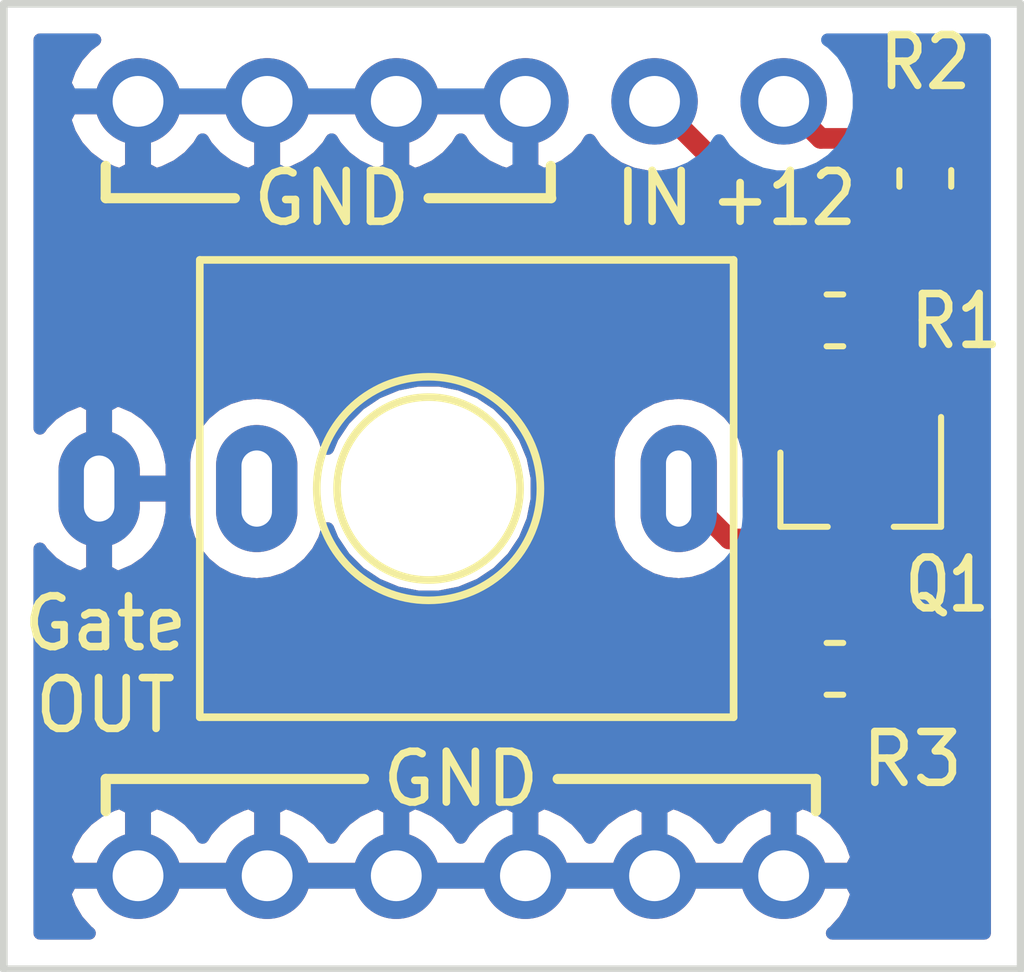
<source format=kicad_pcb>
(kicad_pcb (version 20171130) (host pcbnew "(5.1.9-0-10_14)")

  (general
    (thickness 1.6)
    (drawings 17)
    (tracks 17)
    (zones 0)
    (modules 7)
    (nets 7)
  )

  (page A4)
  (layers
    (0 F.Cu signal)
    (31 B.Cu signal)
    (32 B.Adhes user)
    (33 F.Adhes user)
    (34 B.Paste user)
    (35 F.Paste user)
    (36 B.SilkS user)
    (37 F.SilkS user)
    (38 B.Mask user)
    (39 F.Mask user)
    (40 Dwgs.User user)
    (41 Cmts.User user)
    (42 Eco1.User user)
    (43 Eco2.User user)
    (44 Edge.Cuts user)
    (45 Margin user)
    (46 B.CrtYd user hide)
    (47 F.CrtYd user hide)
    (48 B.Fab user hide)
    (49 F.Fab user hide)
  )

  (setup
    (last_trace_width 0.1524)
    (user_trace_width 0.1524)
    (user_trace_width 0.254)
    (user_trace_width 0.4064)
    (user_trace_width 0.635)
    (trace_clearance 0.1524)
    (zone_clearance 0.508)
    (zone_45_only no)
    (trace_min 0.1524)
    (via_size 0.6858)
    (via_drill 0.3048)
    (via_min_size 0.6858)
    (via_min_drill 0.3048)
    (uvia_size 0.3048)
    (uvia_drill 0.1524)
    (uvias_allowed no)
    (uvia_min_size 0.2)
    (uvia_min_drill 0.1)
    (edge_width 0.15)
    (segment_width 0.2)
    (pcb_text_width 0.3)
    (pcb_text_size 1.5 1.5)
    (mod_edge_width 0.15)
    (mod_text_size 1 1)
    (mod_text_width 0.15)
    (pad_size 1.524 1.524)
    (pad_drill 0.762)
    (pad_to_mask_clearance 0.2)
    (aux_axis_origin 0 0)
    (visible_elements FFFFFF7F)
    (pcbplotparams
      (layerselection 0x010fc_ffffffff)
      (usegerberextensions false)
      (usegerberattributes false)
      (usegerberadvancedattributes false)
      (creategerberjobfile false)
      (excludeedgelayer true)
      (linewidth 0.100000)
      (plotframeref false)
      (viasonmask false)
      (mode 1)
      (useauxorigin false)
      (hpglpennumber 1)
      (hpglpenspeed 20)
      (hpglpendiameter 15.000000)
      (psnegative false)
      (psa4output false)
      (plotreference true)
      (plotvalue true)
      (plotinvisibletext false)
      (padsonsilk false)
      (subtractmaskfromsilk false)
      (outputformat 1)
      (mirror false)
      (drillshape 1)
      (scaleselection 1)
      (outputdirectory ""))
  )

  (net 0 "")
  (net 1 GND)
  (net 2 "Net-(J1-PadT)")
  (net 3 IN)
  (net 4 +12V)
  (net 5 "Net-(Q1-Pad1)")
  (net 6 "Net-(J1-PadTN)")

  (net_class Default "This is the default net class."
    (clearance 0.1524)
    (trace_width 0.1524)
    (via_dia 0.6858)
    (via_drill 0.3048)
    (uvia_dia 0.3048)
    (uvia_drill 0.1524)
    (diff_pair_width 0.1524)
    (diff_pair_gap 0.1524)
    (add_net +12V)
    (add_net GND)
    (add_net IN)
    (add_net "Net-(J1-PadT)")
    (add_net "Net-(J1-PadTN)")
    (add_net "Net-(Q1-Pad1)")
  )

  (module Connector_PinHeader_2.54mm:PinHeader_1x06_P2.54mm_Vertical (layer B.Cu) (tedit 5FCC134D) (tstamp 5FCAB6E1)
    (at 116.34 73.16 90)
    (descr "Through hole straight pin header, 1x06, 2.54mm pitch, single row")
    (tags "Through hole pin header THT 1x06 2.54mm single row")
    (path /5FC933AD)
    (fp_text reference J2 (at 0 2.33 90) (layer B.SilkS) hide
      (effects (font (size 1 1) (thickness 0.15)) (justify mirror))
    )
    (fp_text value GND (at 0 -15.03 90) (layer B.Fab)
      (effects (font (size 1 1) (thickness 0.15)) (justify mirror))
    )
    (fp_line (start 1.8 1.8) (end -1.8 1.8) (layer B.CrtYd) (width 0.05))
    (fp_line (start 1.8 -14.5) (end 1.8 1.8) (layer B.CrtYd) (width 0.05))
    (fp_line (start -1.8 -14.5) (end 1.8 -14.5) (layer B.CrtYd) (width 0.05))
    (fp_line (start -1.8 1.8) (end -1.8 -14.5) (layer B.CrtYd) (width 0.05))
    (fp_line (start -1.27 0.635) (end -0.635 1.27) (layer B.Fab) (width 0.1))
    (fp_line (start -1.27 -13.97) (end -1.27 0.635) (layer B.Fab) (width 0.1))
    (fp_line (start 1.27 -13.97) (end -1.27 -13.97) (layer B.Fab) (width 0.1))
    (fp_line (start 1.27 1.27) (end 1.27 -13.97) (layer B.Fab) (width 0.1))
    (fp_line (start -0.635 1.27) (end 1.27 1.27) (layer B.Fab) (width 0.1))
    (fp_text user %R (at 0 -6.35) (layer B.Fab)
      (effects (font (size 1 1) (thickness 0.15)) (justify mirror))
    )
    (pad 1 thru_hole oval (at 0 0 90) (size 1.7 1.7) (drill 1) (layers *.Cu *.Mask)
      (net 1 GND))
    (pad 2 thru_hole oval (at 0 -2.54 90) (size 1.7 1.7) (drill 1) (layers *.Cu *.Mask)
      (net 1 GND))
    (pad 3 thru_hole oval (at 0 -5.08 90) (size 1.7 1.7) (drill 1) (layers *.Cu *.Mask)
      (net 1 GND))
    (pad 4 thru_hole oval (at 0 -7.62 90) (size 1.7 1.7) (drill 1) (layers *.Cu *.Mask)
      (net 1 GND))
    (pad 5 thru_hole oval (at 0 -10.16 90) (size 1.7 1.7) (drill 1) (layers *.Cu *.Mask)
      (net 1 GND))
    (pad 6 thru_hole oval (at 0 -12.7 90) (size 1.7 1.7) (drill 1) (layers *.Cu *.Mask)
      (net 1 GND))
    (model ${KISYS3DMOD}/Connector_PinHeader_2.54mm.3dshapes/PinHeader_1x06_P2.54mm_Vertical.wrl
      (at (xyz 0 0 0))
      (scale (xyz 1 1 1))
      (rotate (xyz 0 0 0))
    )
  )

  (module Connector_PinHeader_2.54mm:PinHeader_1x06_P2.54mm_Vertical (layer B.Cu) (tedit 5FCC1326) (tstamp 5FCAB6FA)
    (at 116.34 57.92 90)
    (descr "Through hole straight pin header, 1x06, 2.54mm pitch, single row")
    (tags "Through hole pin header THT 1x06 2.54mm single row")
    (path /5FCAF962)
    (fp_text reference J3 (at 0 2.33 90) (layer B.SilkS) hide
      (effects (font (size 1 1) (thickness 0.15)) (justify mirror))
    )
    (fp_text value IN (at 0 -15.03 90) (layer B.Fab)
      (effects (font (size 1 1) (thickness 0.15)) (justify mirror))
    )
    (fp_line (start -0.635 1.27) (end 1.27 1.27) (layer B.Fab) (width 0.1))
    (fp_line (start 1.27 1.27) (end 1.27 -13.97) (layer B.Fab) (width 0.1))
    (fp_line (start 1.27 -13.97) (end -1.27 -13.97) (layer B.Fab) (width 0.1))
    (fp_line (start -1.27 -13.97) (end -1.27 0.635) (layer B.Fab) (width 0.1))
    (fp_line (start -1.27 0.635) (end -0.635 1.27) (layer B.Fab) (width 0.1))
    (fp_line (start -1.8 1.8) (end -1.8 -14.5) (layer B.CrtYd) (width 0.05))
    (fp_line (start -1.8 -14.5) (end 1.8 -14.5) (layer B.CrtYd) (width 0.05))
    (fp_line (start 1.8 -14.5) (end 1.8 1.8) (layer B.CrtYd) (width 0.05))
    (fp_line (start 1.8 1.8) (end -1.8 1.8) (layer B.CrtYd) (width 0.05))
    (fp_text user %R (at 0 -6.35) (layer B.Fab)
      (effects (font (size 1 1) (thickness 0.15)) (justify mirror))
    )
    (pad 6 thru_hole oval (at 0 -12.7 90) (size 1.7 1.7) (drill 1) (layers *.Cu *.Mask)
      (net 1 GND))
    (pad 5 thru_hole oval (at 0 -10.16 90) (size 1.7 1.7) (drill 1) (layers *.Cu *.Mask)
      (net 1 GND))
    (pad 4 thru_hole oval (at 0 -7.62 90) (size 1.7 1.7) (drill 1) (layers *.Cu *.Mask)
      (net 1 GND))
    (pad 3 thru_hole oval (at 0 -5.08 90) (size 1.7 1.7) (drill 1) (layers *.Cu *.Mask)
      (net 1 GND))
    (pad 2 thru_hole oval (at 0 -2.54 90) (size 1.7 1.7) (drill 1) (layers *.Cu *.Mask)
      (net 3 IN))
    (pad 1 thru_hole oval (at 0 0 90) (size 1.7 1.7) (drill 1) (layers *.Cu *.Mask)
      (net 4 +12V))
    (model ${KISYS3DMOD}/Connector_PinHeader_2.54mm.3dshapes/PinHeader_1x06_P2.54mm_Vertical.wrl
      (at (xyz 0 0 0))
      (scale (xyz 1 1 1))
      (rotate (xyz 0 0 0))
    )
  )

  (module Connector_Thonk:ThonkiconnJack (layer F.Cu) (tedit 5FC94102) (tstamp 5FCA18D8)
    (at 109.355 65.54 270)
    (path /5FC82E98)
    (fp_text reference J1 (at 0 -7.5 270) (layer F.SilkS) hide
      (effects (font (size 1 1) (thickness 0.15)))
    )
    (fp_text value OUT (at 0 9.3 270) (layer F.Fab)
      (effects (font (size 1 1) (thickness 0.15)))
    )
    (fp_circle (center 0 0) (end 1.8 0) (layer F.SilkS) (width 0.15))
    (fp_line (start -4.5 -6) (end 4.5 -6) (layer F.SilkS) (width 0.15))
    (fp_line (start -4.5 -6) (end -4.5 4.5) (layer F.SilkS) (width 0.15))
    (fp_line (start 4.5 -6) (end 4.5 4.5) (layer F.SilkS) (width 0.15))
    (fp_line (start -4.5 4.5) (end 4.5 4.5) (layer F.SilkS) (width 0.15))
    (fp_circle (center 0 0) (end 2.2 0) (layer F.SilkS) (width 0.15))
    (pad S thru_hole oval (at 0 6.48 270) (size 2.3 1.6) (drill oval 1.3 0.6) (layers *.Cu *.Mask)
      (net 1 GND))
    (pad TN thru_hole oval (at 0 3.38 270) (size 2.5 1.6) (drill oval 1.5 0.6) (layers *.Cu *.Mask)
      (net 6 "Net-(J1-PadTN)"))
    (pad T thru_hole oval (at 0 -4.92 270) (size 2.5 1.5) (drill oval 1.5 0.5) (layers *.Cu *.Mask)
      (net 2 "Net-(J1-PadT)"))
    (pad "" np_thru_hole circle (at 0 0 270) (size 3 3) (drill 3) (layers *.Cu *.Mask))
  )

  (module Resistor_SMD:R_0603_1608Metric (layer F.Cu) (tedit 5FCAA611) (tstamp 5FCAC3A3)
    (at 117.348 62.23 180)
    (descr "Resistor SMD 0603 (1608 Metric), square (rectangular) end terminal, IPC_7351 nominal, (Body size source: http://www.tortai-tech.com/upload/download/2011102023233369053.pdf), generated with kicad-footprint-generator")
    (tags resistor)
    (path /5FD295C4)
    (attr smd)
    (fp_text reference R1 (at -2.386 -0.016) (layer F.SilkS)
      (effects (font (size 1 0.9) (thickness 0.15)))
    )
    (fp_text value 10k (at 0 1.43 180) (layer F.Fab)
      (effects (font (size 1 1) (thickness 0.15)))
    )
    (fp_line (start 1.48 0.73) (end -1.48 0.73) (layer F.CrtYd) (width 0.05))
    (fp_line (start 1.48 -0.73) (end 1.48 0.73) (layer F.CrtYd) (width 0.05))
    (fp_line (start -1.48 -0.73) (end 1.48 -0.73) (layer F.CrtYd) (width 0.05))
    (fp_line (start -1.48 0.73) (end -1.48 -0.73) (layer F.CrtYd) (width 0.05))
    (fp_line (start -0.162779 0.51) (end 0.162779 0.51) (layer F.SilkS) (width 0.12))
    (fp_line (start -0.162779 -0.51) (end 0.162779 -0.51) (layer F.SilkS) (width 0.12))
    (fp_line (start 0.8 0.4) (end -0.8 0.4) (layer F.Fab) (width 0.1))
    (fp_line (start 0.8 -0.4) (end 0.8 0.4) (layer F.Fab) (width 0.1))
    (fp_line (start -0.8 -0.4) (end 0.8 -0.4) (layer F.Fab) (width 0.1))
    (fp_line (start -0.8 0.4) (end -0.8 -0.4) (layer F.Fab) (width 0.1))
    (fp_text user %R (at 0 0 180) (layer F.Fab)
      (effects (font (size 0.4 0.4) (thickness 0.06)))
    )
    (pad 1 smd roundrect (at -0.7875 0 180) (size 0.875 0.95) (layers F.Cu F.Paste F.Mask) (roundrect_rratio 0.25)
      (net 5 "Net-(Q1-Pad1)"))
    (pad 2 smd roundrect (at 0.7875 0 180) (size 0.875 0.95) (layers F.Cu F.Paste F.Mask) (roundrect_rratio 0.25)
      (net 3 IN))
    (model ${KISYS3DMOD}/Resistor_SMD.3dshapes/R_0603_1608Metric.wrl
      (at (xyz 0 0 0))
      (scale (xyz 1 1 1))
      (rotate (xyz 0 0 0))
    )
  )

  (module Resistor_SMD:R_0603_1608Metric (layer F.Cu) (tedit 5FCAA619) (tstamp 5FCAC373)
    (at 119.126 59.436 270)
    (descr "Resistor SMD 0603 (1608 Metric), square (rectangular) end terminal, IPC_7351 nominal, (Body size source: http://www.tortai-tech.com/upload/download/2011102023233369053.pdf), generated with kicad-footprint-generator")
    (tags resistor)
    (path /5FC9316D)
    (attr smd)
    (fp_text reference R2 (at -2.286 0) (layer F.SilkS)
      (effects (font (size 1 0.9) (thickness 0.15)))
    )
    (fp_text value 4.7k (at 0 1.43 270) (layer F.Fab)
      (effects (font (size 1 1) (thickness 0.15)))
    )
    (fp_line (start -0.8 0.4) (end -0.8 -0.4) (layer F.Fab) (width 0.1))
    (fp_line (start -0.8 -0.4) (end 0.8 -0.4) (layer F.Fab) (width 0.1))
    (fp_line (start 0.8 -0.4) (end 0.8 0.4) (layer F.Fab) (width 0.1))
    (fp_line (start 0.8 0.4) (end -0.8 0.4) (layer F.Fab) (width 0.1))
    (fp_line (start -0.162779 -0.51) (end 0.162779 -0.51) (layer F.SilkS) (width 0.12))
    (fp_line (start -0.162779 0.51) (end 0.162779 0.51) (layer F.SilkS) (width 0.12))
    (fp_line (start -1.48 0.73) (end -1.48 -0.73) (layer F.CrtYd) (width 0.05))
    (fp_line (start -1.48 -0.73) (end 1.48 -0.73) (layer F.CrtYd) (width 0.05))
    (fp_line (start 1.48 -0.73) (end 1.48 0.73) (layer F.CrtYd) (width 0.05))
    (fp_line (start 1.48 0.73) (end -1.48 0.73) (layer F.CrtYd) (width 0.05))
    (fp_text user %R (at 0 0 270) (layer F.Fab)
      (effects (font (size 0.4 0.4) (thickness 0.06)))
    )
    (pad 2 smd roundrect (at 0.7875 0 270) (size 0.875 0.95) (layers F.Cu F.Paste F.Mask) (roundrect_rratio 0.25)
      (net 2 "Net-(J1-PadT)"))
    (pad 1 smd roundrect (at -0.7875 0 270) (size 0.875 0.95) (layers F.Cu F.Paste F.Mask) (roundrect_rratio 0.25)
      (net 4 +12V))
    (model ${KISYS3DMOD}/Resistor_SMD.3dshapes/R_0603_1608Metric.wrl
      (at (xyz 0 0 0))
      (scale (xyz 1 1 1))
      (rotate (xyz 0 0 0))
    )
  )

  (module Resistor_SMD:R_0603_1608Metric (layer F.Cu) (tedit 5B301BBD) (tstamp 5FCA2587)
    (at 117.348 69.088 180)
    (descr "Resistor SMD 0603 (1608 Metric), square (rectangular) end terminal, IPC_7351 nominal, (Body size source: http://www.tortai-tech.com/upload/download/2011102023233369053.pdf), generated with kicad-footprint-generator")
    (tags resistor)
    (path /5FD29F91)
    (attr smd)
    (fp_text reference R3 (at -1.524 -1.778) (layer F.SilkS)
      (effects (font (size 1 1) (thickness 0.15)))
    )
    (fp_text value 3.3k (at 0 1.43 180) (layer F.Fab)
      (effects (font (size 1 1) (thickness 0.15)))
    )
    (fp_line (start 1.48 0.73) (end -1.48 0.73) (layer F.CrtYd) (width 0.05))
    (fp_line (start 1.48 -0.73) (end 1.48 0.73) (layer F.CrtYd) (width 0.05))
    (fp_line (start -1.48 -0.73) (end 1.48 -0.73) (layer F.CrtYd) (width 0.05))
    (fp_line (start -1.48 0.73) (end -1.48 -0.73) (layer F.CrtYd) (width 0.05))
    (fp_line (start -0.162779 0.51) (end 0.162779 0.51) (layer F.SilkS) (width 0.12))
    (fp_line (start -0.162779 -0.51) (end 0.162779 -0.51) (layer F.SilkS) (width 0.12))
    (fp_line (start 0.8 0.4) (end -0.8 0.4) (layer F.Fab) (width 0.1))
    (fp_line (start 0.8 -0.4) (end 0.8 0.4) (layer F.Fab) (width 0.1))
    (fp_line (start -0.8 -0.4) (end 0.8 -0.4) (layer F.Fab) (width 0.1))
    (fp_line (start -0.8 0.4) (end -0.8 -0.4) (layer F.Fab) (width 0.1))
    (fp_text user %R (at 0 0 180) (layer F.Fab)
      (effects (font (size 0.4 0.4) (thickness 0.06)))
    )
    (pad 1 smd roundrect (at -0.7875 0 180) (size 0.875 0.95) (layers F.Cu F.Paste F.Mask) (roundrect_rratio 0.25)
      (net 2 "Net-(J1-PadT)"))
    (pad 2 smd roundrect (at 0.7875 0 180) (size 0.875 0.95) (layers F.Cu F.Paste F.Mask) (roundrect_rratio 0.25)
      (net 1 GND))
    (model ${KISYS3DMOD}/Resistor_SMD.3dshapes/R_0603_1608Metric.wrl
      (at (xyz 0 0 0))
      (scale (xyz 1 1 1))
      (rotate (xyz 0 0 0))
    )
  )

  (module Package_TO_SOT_SMD:SOT-23 (layer F.Cu) (tedit 5FCAA61D) (tstamp 5FCAC558)
    (at 117.856 65.532 270)
    (descr "SOT-23, Standard")
    (tags SOT-23)
    (path /5FCAD2ED)
    (attr smd)
    (fp_text reference Q1 (at 1.9 -1.7) (layer F.SilkS)
      (effects (font (size 1 0.8) (thickness 0.15)))
    )
    (fp_text value MMBT3904 (at 0 2.5 270) (layer F.Fab)
      (effects (font (size 1 1) (thickness 0.15)))
    )
    (fp_line (start 0.76 1.58) (end -0.7 1.58) (layer F.SilkS) (width 0.12))
    (fp_line (start 0.76 -1.58) (end -1.4 -1.58) (layer F.SilkS) (width 0.12))
    (fp_line (start -1.7 1.75) (end -1.7 -1.75) (layer F.CrtYd) (width 0.05))
    (fp_line (start 1.7 1.75) (end -1.7 1.75) (layer F.CrtYd) (width 0.05))
    (fp_line (start 1.7 -1.75) (end 1.7 1.75) (layer F.CrtYd) (width 0.05))
    (fp_line (start -1.7 -1.75) (end 1.7 -1.75) (layer F.CrtYd) (width 0.05))
    (fp_line (start 0.76 -1.58) (end 0.76 -0.65) (layer F.SilkS) (width 0.12))
    (fp_line (start 0.76 1.58) (end 0.76 0.65) (layer F.SilkS) (width 0.12))
    (fp_line (start -0.7 1.52) (end 0.7 1.52) (layer F.Fab) (width 0.1))
    (fp_line (start 0.7 -1.52) (end 0.7 1.52) (layer F.Fab) (width 0.1))
    (fp_line (start -0.7 -0.95) (end -0.15 -1.52) (layer F.Fab) (width 0.1))
    (fp_line (start -0.15 -1.52) (end 0.7 -1.52) (layer F.Fab) (width 0.1))
    (fp_line (start -0.7 -0.95) (end -0.7 1.5) (layer F.Fab) (width 0.1))
    (fp_text user %R (at 0 0) (layer F.Fab)
      (effects (font (size 0.5 0.5) (thickness 0.075)))
    )
    (pad 1 smd rect (at -1 -0.95 270) (size 0.9 0.8) (layers F.Cu F.Paste F.Mask)
      (net 5 "Net-(Q1-Pad1)"))
    (pad 2 smd rect (at -1 0.95 270) (size 0.9 0.8) (layers F.Cu F.Paste F.Mask)
      (net 1 GND))
    (pad 3 smd rect (at 1 0 270) (size 0.9 0.8) (layers F.Cu F.Paste F.Mask)
      (net 2 "Net-(J1-PadT)"))
    (model ${KISYS3DMOD}/Package_TO_SOT_SMD.3dshapes/SOT-23.wrl
      (at (xyz 0 0 0))
      (scale (xyz 1 1 1))
      (rotate (xyz 0 0 0))
    )
  )

  (gr_text +12 (at 116.34 59.825) (layer F.SilkS) (tstamp 5FD294A4)
    (effects (font (size 1 0.9) (thickness 0.15)))
  )
  (gr_line (start 111.76 59.825) (end 111.76 59.19) (layer F.SilkS) (width 0.2))
  (gr_line (start 109.355 59.825) (end 111.768 59.825) (layer F.SilkS) (width 0.2))
  (gr_text "Gate\nOUT" (at 103 69) (layer F.SilkS) (tstamp 5FC9695F)
    (effects (font (size 1 0.95) (thickness 0.15)))
  )
  (gr_line (start 101 56) (end 101 75) (layer Edge.Cuts) (width 0.15))
  (gr_line (start 121 56) (end 101 56) (layer Edge.Cuts) (width 0.15))
  (gr_line (start 121 75) (end 121 56) (layer Edge.Cuts) (width 0.15))
  (gr_line (start 101 75) (end 121 75) (layer Edge.Cuts) (width 0.15))
  (gr_line (start 116.975 71.255) (end 116.975 71.89) (layer F.SilkS) (width 0.2))
  (gr_line (start 111.895 71.255) (end 116.975 71.255) (layer F.SilkS) (width 0.2))
  (gr_line (start 103.005 71.255) (end 108.085 71.255) (layer F.SilkS) (width 0.2))
  (gr_line (start 103.005 71.89) (end 103.005 71.255) (layer F.SilkS) (width 0.2))
  (gr_text GND (at 109.99 71.255) (layer F.SilkS) (tstamp 5FCA3176)
    (effects (font (size 1 1) (thickness 0.15)))
  )
  (gr_line (start 103.005 59.825) (end 105.545 59.825) (layer F.SilkS) (width 0.2))
  (gr_line (start 103.005 59.19) (end 103.005 59.825) (layer F.SilkS) (width 0.2))
  (gr_text GND (at 107.45 59.825) (layer F.SilkS) (tstamp 5FCA316C)
    (effects (font (size 1 1) (thickness 0.15)))
  )
  (gr_text IN (at 113.8 59.825) (layer F.SilkS)
    (effects (font (size 1 1) (thickness 0.15)))
  )

  (segment (start 115.267 66.532) (end 114.275 65.54) (width 0.4064) (layer F.Cu) (net 2))
  (segment (start 117.856 66.532) (end 115.267 66.532) (width 0.4064) (layer F.Cu) (net 2))
  (segment (start 118.597112 68.626388) (end 118.1355 69.088) (width 0.4064) (layer F.Cu) (net 2))
  (segment (start 120.04 67.1835) (end 118.597112 68.626388) (width 0.4064) (layer F.Cu) (net 2))
  (segment (start 119.126 60.761) (end 120.04 61.675) (width 0.4064) (layer F.Cu) (net 2))
  (segment (start 120.04 61.675) (end 120.04 67.1835) (width 0.4064) (layer F.Cu) (net 2))
  (segment (start 119.126 60.2235) (end 119.126 60.761) (width 0.4064) (layer F.Cu) (net 2))
  (segment (start 118.03 68.9825) (end 118.1355 69.088) (width 0.4064) (layer F.Cu) (net 2))
  (segment (start 118.03 66.706) (end 118.03 68.9825) (width 0.4064) (layer F.Cu) (net 2))
  (segment (start 117.856 66.532) (end 118.03 66.706) (width 0.4064) (layer F.Cu) (net 2))
  (segment (start 116.5605 60.6805) (end 113.8 57.92) (width 0.4064) (layer F.Cu) (net 3))
  (segment (start 116.5605 62.23) (end 116.5605 60.6805) (width 0.4064) (layer F.Cu) (net 3))
  (segment (start 117.0685 58.6485) (end 116.34 57.92) (width 0.4064) (layer F.Cu) (net 4))
  (segment (start 119.126 58.6485) (end 117.0685 58.6485) (width 0.4064) (layer F.Cu) (net 4))
  (segment (start 118.618 62.7125) (end 118.618 64.344) (width 0.4064) (layer F.Cu) (net 5))
  (segment (start 118.618 64.344) (end 118.806 64.532) (width 0.4064) (layer F.Cu) (net 5))
  (segment (start 118.1355 62.23) (end 118.618 62.7125) (width 0.4064) (layer F.Cu) (net 5))

  (zone (net 1) (net_name GND) (layer F.Cu) (tstamp 0) (hatch edge 0.508)
    (connect_pads (clearance 0.508))
    (min_thickness 0.254)
    (fill yes (arc_segments 16) (thermal_gap 0.508) (thermal_bridge_width 0.508))
    (polygon
      (pts
        (xy 101 56) (xy 121 56) (xy 121 75) (xy 101 75)
      )
    )
    (filled_polygon
      (pts
        (xy 102.639731 56.822412) (xy 102.444822 57.038645) (xy 102.295843 57.288748) (xy 102.198519 57.563109) (xy 102.319186 57.793)
        (xy 103.513 57.793) (xy 103.513 57.773) (xy 103.767 57.773) (xy 103.767 57.793) (xy 106.053 57.793)
        (xy 106.053 57.773) (xy 106.307 57.773) (xy 106.307 57.793) (xy 108.593 57.793) (xy 108.593 57.773)
        (xy 108.847 57.773) (xy 108.847 57.793) (xy 111.133 57.793) (xy 111.133 57.773) (xy 111.387 57.773)
        (xy 111.387 57.793) (xy 111.407 57.793) (xy 111.407 58.047) (xy 111.387 58.047) (xy 111.387 59.240155)
        (xy 111.61689 59.361476) (xy 111.764099 59.316825) (xy 112.02692 59.191641) (xy 112.260269 59.017588) (xy 112.455178 58.801355)
        (xy 112.524805 58.684466) (xy 112.646525 58.866632) (xy 112.853368 59.073475) (xy 113.096589 59.23599) (xy 113.366842 59.347932)
        (xy 113.65374 59.405) (xy 113.94626 59.405) (xy 114.074165 59.379558) (xy 115.722301 61.027694) (xy 115.722301 61.384438)
        (xy 115.629329 61.497725) (xy 115.55015 61.645858) (xy 115.501392 61.806592) (xy 115.484928 61.97375) (xy 115.484928 62.48625)
        (xy 115.501392 62.653408) (xy 115.55015 62.814142) (xy 115.629329 62.962275) (xy 115.735885 63.092115) (xy 115.865725 63.198671)
        (xy 116.013858 63.27785) (xy 116.174592 63.326608) (xy 116.34175 63.343072) (xy 116.77925 63.343072) (xy 116.946408 63.326608)
        (xy 117.107142 63.27785) (xy 117.255275 63.198671) (xy 117.348 63.122574) (xy 117.440725 63.198671) (xy 117.588858 63.27785)
        (xy 117.749592 63.326608) (xy 117.7798 63.329583) (xy 117.779801 63.658372) (xy 117.757185 63.630815) (xy 117.660494 63.551463)
        (xy 117.55018 63.492498) (xy 117.430482 63.456188) (xy 117.306 63.443928) (xy 117.19175 63.447) (xy 117.033 63.60575)
        (xy 117.033 64.405) (xy 117.053 64.405) (xy 117.053 64.659) (xy 117.033 64.659) (xy 117.033 65.45825)
        (xy 117.117607 65.542857) (xy 117.101506 65.551463) (xy 117.004815 65.630815) (xy 116.953125 65.6938) (xy 115.66 65.6938)
        (xy 115.66 64.982) (xy 115.867928 64.982) (xy 115.880188 65.106482) (xy 115.916498 65.22618) (xy 115.975463 65.336494)
        (xy 116.054815 65.433185) (xy 116.151506 65.512537) (xy 116.26182 65.571502) (xy 116.381518 65.607812) (xy 116.506 65.620072)
        (xy 116.62025 65.617) (xy 116.779 65.45825) (xy 116.779 64.659) (xy 116.02975 64.659) (xy 115.871 64.81775)
        (xy 115.867928 64.982) (xy 115.66 64.982) (xy 115.66 64.971963) (xy 115.63996 64.768493) (xy 115.560764 64.507419)
        (xy 115.432157 64.266812) (xy 115.280486 64.082) (xy 115.867928 64.082) (xy 115.871 64.24625) (xy 116.02975 64.405)
        (xy 116.779 64.405) (xy 116.779 63.60575) (xy 116.62025 63.447) (xy 116.506 63.443928) (xy 116.381518 63.456188)
        (xy 116.26182 63.492498) (xy 116.151506 63.551463) (xy 116.054815 63.630815) (xy 115.975463 63.727506) (xy 115.916498 63.83782)
        (xy 115.880188 63.957518) (xy 115.867928 64.082) (xy 115.280486 64.082) (xy 115.259081 64.055919) (xy 115.048188 63.882843)
        (xy 114.807581 63.754236) (xy 114.546507 63.67504) (xy 114.275 63.648299) (xy 114.003494 63.67504) (xy 113.74242 63.754236)
        (xy 113.501813 63.882843) (xy 113.29092 64.055919) (xy 113.117843 64.266812) (xy 112.989236 64.507419) (xy 112.91004 64.768493)
        (xy 112.89 64.971963) (xy 112.89 66.108036) (xy 112.91004 66.311506) (xy 112.989236 66.57258) (xy 113.117843 66.813187)
        (xy 113.290919 67.02408) (xy 113.501812 67.197157) (xy 113.742419 67.325764) (xy 114.003493 67.40496) (xy 114.275 67.431701)
        (xy 114.546506 67.40496) (xy 114.80758 67.325764) (xy 114.890745 67.281311) (xy 114.944683 67.310142) (xy 115.102684 67.358071)
        (xy 115.22583 67.3702) (xy 115.225837 67.3702) (xy 115.267 67.374254) (xy 115.308163 67.3702) (xy 116.953125 67.3702)
        (xy 117.004815 67.433185) (xy 117.101506 67.512537) (xy 117.1918 67.560801) (xy 117.191801 68.008216) (xy 117.122482 67.987188)
        (xy 116.998 67.974928) (xy 116.84625 67.978) (xy 116.6875 68.13675) (xy 116.6875 68.961) (xy 116.7075 68.961)
        (xy 116.7075 69.215) (xy 116.6875 69.215) (xy 116.6875 70.03925) (xy 116.84625 70.198) (xy 116.998 70.201072)
        (xy 117.122482 70.188812) (xy 117.24218 70.152502) (xy 117.352494 70.093537) (xy 117.41907 70.0389) (xy 117.440725 70.056671)
        (xy 117.588858 70.13585) (xy 117.749592 70.184608) (xy 117.91675 70.201072) (xy 118.35425 70.201072) (xy 118.521408 70.184608)
        (xy 118.682142 70.13585) (xy 118.830275 70.056671) (xy 118.960115 69.950115) (xy 119.066671 69.820275) (xy 119.14585 69.672142)
        (xy 119.194608 69.511408) (xy 119.211072 69.34425) (xy 119.211072 69.197821) (xy 120.29 68.118893) (xy 120.29 74.29)
        (xy 117.296815 74.29) (xy 117.340269 74.257588) (xy 117.535178 74.041355) (xy 117.684157 73.791252) (xy 117.781481 73.516891)
        (xy 117.660814 73.287) (xy 116.467 73.287) (xy 116.467 73.307) (xy 116.213 73.307) (xy 116.213 73.287)
        (xy 113.927 73.287) (xy 113.927 73.307) (xy 113.673 73.307) (xy 113.673 73.287) (xy 111.387 73.287)
        (xy 111.387 73.307) (xy 111.133 73.307) (xy 111.133 73.287) (xy 108.847 73.287) (xy 108.847 73.307)
        (xy 108.593 73.307) (xy 108.593 73.287) (xy 106.307 73.287) (xy 106.307 73.307) (xy 106.053 73.307)
        (xy 106.053 73.287) (xy 103.767 73.287) (xy 103.767 73.307) (xy 103.513 73.307) (xy 103.513 73.287)
        (xy 102.319186 73.287) (xy 102.198519 73.516891) (xy 102.295843 73.791252) (xy 102.444822 74.041355) (xy 102.639731 74.257588)
        (xy 102.683185 74.29) (xy 101.71 74.29) (xy 101.71 72.803109) (xy 102.198519 72.803109) (xy 102.319186 73.033)
        (xy 103.513 73.033) (xy 103.513 71.839845) (xy 103.767 71.839845) (xy 103.767 73.033) (xy 106.053 73.033)
        (xy 106.053 71.839845) (xy 106.307 71.839845) (xy 106.307 73.033) (xy 108.593 73.033) (xy 108.593 71.839845)
        (xy 108.847 71.839845) (xy 108.847 73.033) (xy 111.133 73.033) (xy 111.133 71.839845) (xy 111.387 71.839845)
        (xy 111.387 73.033) (xy 113.673 73.033) (xy 113.673 71.839845) (xy 113.927 71.839845) (xy 113.927 73.033)
        (xy 116.213 73.033) (xy 116.213 71.839845) (xy 116.467 71.839845) (xy 116.467 73.033) (xy 117.660814 73.033)
        (xy 117.781481 72.803109) (xy 117.684157 72.528748) (xy 117.535178 72.278645) (xy 117.340269 72.062412) (xy 117.10692 71.888359)
        (xy 116.844099 71.763175) (xy 116.69689 71.718524) (xy 116.467 71.839845) (xy 116.213 71.839845) (xy 115.98311 71.718524)
        (xy 115.835901 71.763175) (xy 115.57308 71.888359) (xy 115.339731 72.062412) (xy 115.144822 72.278645) (xy 115.07 72.404255)
        (xy 114.995178 72.278645) (xy 114.800269 72.062412) (xy 114.56692 71.888359) (xy 114.304099 71.763175) (xy 114.15689 71.718524)
        (xy 113.927 71.839845) (xy 113.673 71.839845) (xy 113.44311 71.718524) (xy 113.295901 71.763175) (xy 113.03308 71.888359)
        (xy 112.799731 72.062412) (xy 112.604822 72.278645) (xy 112.53 72.404255) (xy 112.455178 72.278645) (xy 112.260269 72.062412)
        (xy 112.02692 71.888359) (xy 111.764099 71.763175) (xy 111.61689 71.718524) (xy 111.387 71.839845) (xy 111.133 71.839845)
        (xy 110.90311 71.718524) (xy 110.755901 71.763175) (xy 110.49308 71.888359) (xy 110.259731 72.062412) (xy 110.064822 72.278645)
        (xy 109.99 72.404255) (xy 109.915178 72.278645) (xy 109.720269 72.062412) (xy 109.48692 71.888359) (xy 109.224099 71.763175)
        (xy 109.07689 71.718524) (xy 108.847 71.839845) (xy 108.593 71.839845) (xy 108.36311 71.718524) (xy 108.215901 71.763175)
        (xy 107.95308 71.888359) (xy 107.719731 72.062412) (xy 107.524822 72.278645) (xy 107.45 72.404255) (xy 107.375178 72.278645)
        (xy 107.180269 72.062412) (xy 106.94692 71.888359) (xy 106.684099 71.763175) (xy 106.53689 71.718524) (xy 106.307 71.839845)
        (xy 106.053 71.839845) (xy 105.82311 71.718524) (xy 105.675901 71.763175) (xy 105.41308 71.888359) (xy 105.179731 72.062412)
        (xy 104.984822 72.278645) (xy 104.91 72.404255) (xy 104.835178 72.278645) (xy 104.640269 72.062412) (xy 104.40692 71.888359)
        (xy 104.144099 71.763175) (xy 103.99689 71.718524) (xy 103.767 71.839845) (xy 103.513 71.839845) (xy 103.28311 71.718524)
        (xy 103.135901 71.763175) (xy 102.87308 71.888359) (xy 102.639731 72.062412) (xy 102.444822 72.278645) (xy 102.295843 72.528748)
        (xy 102.198519 72.803109) (xy 101.71 72.803109) (xy 101.71 69.563) (xy 115.484928 69.563) (xy 115.497188 69.687482)
        (xy 115.533498 69.80718) (xy 115.592463 69.917494) (xy 115.671815 70.014185) (xy 115.768506 70.093537) (xy 115.87882 70.152502)
        (xy 115.998518 70.188812) (xy 116.123 70.201072) (xy 116.27475 70.198) (xy 116.4335 70.03925) (xy 116.4335 69.215)
        (xy 115.64675 69.215) (xy 115.488 69.37375) (xy 115.484928 69.563) (xy 101.71 69.563) (xy 101.71 68.613)
        (xy 115.484928 68.613) (xy 115.488 68.80225) (xy 115.64675 68.961) (xy 116.4335 68.961) (xy 116.4335 68.13675)
        (xy 116.27475 67.978) (xy 116.123 67.974928) (xy 115.998518 67.987188) (xy 115.87882 68.023498) (xy 115.768506 68.082463)
        (xy 115.671815 68.161815) (xy 115.592463 68.258506) (xy 115.533498 68.36882) (xy 115.497188 68.488518) (xy 115.484928 68.613)
        (xy 101.71 68.613) (xy 101.71 66.728004) (xy 101.752399 66.792839) (xy 101.950105 66.9945) (xy 102.183354 67.153715)
        (xy 102.443182 67.264367) (xy 102.525961 67.281904) (xy 102.748 67.159915) (xy 102.748 65.667) (xy 103.002 65.667)
        (xy 103.002 67.159915) (xy 103.224039 67.281904) (xy 103.306818 67.264367) (xy 103.566646 67.153715) (xy 103.799895 66.9945)
        (xy 103.997601 66.792839) (xy 104.152166 66.556483) (xy 104.25765 66.294514) (xy 104.31 66.017) (xy 104.31 65.667)
        (xy 103.002 65.667) (xy 102.748 65.667) (xy 102.728 65.667) (xy 102.728 65.413) (xy 102.748 65.413)
        (xy 102.748 63.920085) (xy 103.002 63.920085) (xy 103.002 65.413) (xy 104.31 65.413) (xy 104.31 65.063)
        (xy 104.301796 65.019508) (xy 104.54 65.019508) (xy 104.54 66.060491) (xy 104.560764 66.271308) (xy 104.642818 66.541807)
        (xy 104.776068 66.7911) (xy 104.955392 67.009607) (xy 105.173899 67.188932) (xy 105.423192 67.322182) (xy 105.693691 67.404236)
        (xy 105.975 67.431943) (xy 106.256308 67.404236) (xy 106.526807 67.322182) (xy 106.7761 67.188932) (xy 106.994607 67.009608)
        (xy 107.173932 66.791101) (xy 107.307182 66.541808) (xy 107.371386 66.330154) (xy 107.462988 66.551302) (xy 107.696637 66.900983)
        (xy 107.994017 67.198363) (xy 108.343698 67.432012) (xy 108.732244 67.592953) (xy 109.144721 67.675) (xy 109.565279 67.675)
        (xy 109.977756 67.592953) (xy 110.366302 67.432012) (xy 110.715983 67.198363) (xy 111.013363 66.900983) (xy 111.247012 66.551302)
        (xy 111.407953 66.162756) (xy 111.49 65.750279) (xy 111.49 65.329721) (xy 111.407953 64.917244) (xy 111.247012 64.528698)
        (xy 111.013363 64.179017) (xy 110.715983 63.881637) (xy 110.366302 63.647988) (xy 109.977756 63.487047) (xy 109.565279 63.405)
        (xy 109.144721 63.405) (xy 108.732244 63.487047) (xy 108.343698 63.647988) (xy 107.994017 63.881637) (xy 107.696637 64.179017)
        (xy 107.462988 64.528698) (xy 107.371386 64.749846) (xy 107.307182 64.538192) (xy 107.173932 64.288899) (xy 106.994608 64.070392)
        (xy 106.776101 63.891068) (xy 106.526808 63.757818) (xy 106.256309 63.675764) (xy 105.975 63.648057) (xy 105.693692 63.675764)
        (xy 105.423193 63.757818) (xy 105.1739 63.891068) (xy 104.955393 64.070392) (xy 104.776068 64.288899) (xy 104.642818 64.538192)
        (xy 104.560764 64.808691) (xy 104.54 65.019508) (xy 104.301796 65.019508) (xy 104.25765 64.785486) (xy 104.152166 64.523517)
        (xy 103.997601 64.287161) (xy 103.799895 64.0855) (xy 103.566646 63.926285) (xy 103.306818 63.815633) (xy 103.224039 63.798096)
        (xy 103.002 63.920085) (xy 102.748 63.920085) (xy 102.525961 63.798096) (xy 102.443182 63.815633) (xy 102.183354 63.926285)
        (xy 101.950105 64.0855) (xy 101.752399 64.287161) (xy 101.71 64.351996) (xy 101.71 58.276891) (xy 102.198519 58.276891)
        (xy 102.295843 58.551252) (xy 102.444822 58.801355) (xy 102.639731 59.017588) (xy 102.87308 59.191641) (xy 103.135901 59.316825)
        (xy 103.28311 59.361476) (xy 103.513 59.240155) (xy 103.513 58.047) (xy 103.767 58.047) (xy 103.767 59.240155)
        (xy 103.99689 59.361476) (xy 104.144099 59.316825) (xy 104.40692 59.191641) (xy 104.640269 59.017588) (xy 104.835178 58.801355)
        (xy 104.91 58.675745) (xy 104.984822 58.801355) (xy 105.179731 59.017588) (xy 105.41308 59.191641) (xy 105.675901 59.316825)
        (xy 105.82311 59.361476) (xy 106.053 59.240155) (xy 106.053 58.047) (xy 106.307 58.047) (xy 106.307 59.240155)
        (xy 106.53689 59.361476) (xy 106.684099 59.316825) (xy 106.94692 59.191641) (xy 107.180269 59.017588) (xy 107.375178 58.801355)
        (xy 107.45 58.675745) (xy 107.524822 58.801355) (xy 107.719731 59.017588) (xy 107.95308 59.191641) (xy 108.215901 59.316825)
        (xy 108.36311 59.361476) (xy 108.593 59.240155) (xy 108.593 58.047) (xy 108.847 58.047) (xy 108.847 59.240155)
        (xy 109.07689 59.361476) (xy 109.224099 59.316825) (xy 109.48692 59.191641) (xy 109.720269 59.017588) (xy 109.915178 58.801355)
        (xy 109.99 58.675745) (xy 110.064822 58.801355) (xy 110.259731 59.017588) (xy 110.49308 59.191641) (xy 110.755901 59.316825)
        (xy 110.90311 59.361476) (xy 111.133 59.240155) (xy 111.133 58.047) (xy 108.847 58.047) (xy 108.593 58.047)
        (xy 106.307 58.047) (xy 106.053 58.047) (xy 103.767 58.047) (xy 103.513 58.047) (xy 102.319186 58.047)
        (xy 102.198519 58.276891) (xy 101.71 58.276891) (xy 101.71 56.71) (xy 102.790439 56.71)
      )
    )
  )
  (zone (net 1) (net_name GND) (layer B.Cu) (tstamp 0) (hatch edge 0.508)
    (connect_pads (clearance 0.508))
    (min_thickness 0.254)
    (fill yes (arc_segments 16) (thermal_gap 0.508) (thermal_bridge_width 0.508))
    (polygon
      (pts
        (xy 101 56) (xy 121 56) (xy 121 75) (xy 101 75)
      )
    )
    (filled_polygon
      (pts
        (xy 102.639731 56.822412) (xy 102.444822 57.038645) (xy 102.295843 57.288748) (xy 102.198519 57.563109) (xy 102.319186 57.793)
        (xy 103.513 57.793) (xy 103.513 57.773) (xy 103.767 57.773) (xy 103.767 57.793) (xy 106.053 57.793)
        (xy 106.053 57.773) (xy 106.307 57.773) (xy 106.307 57.793) (xy 108.593 57.793) (xy 108.593 57.773)
        (xy 108.847 57.773) (xy 108.847 57.793) (xy 111.133 57.793) (xy 111.133 57.773) (xy 111.387 57.773)
        (xy 111.387 57.793) (xy 111.407 57.793) (xy 111.407 58.047) (xy 111.387 58.047) (xy 111.387 59.240155)
        (xy 111.61689 59.361476) (xy 111.764099 59.316825) (xy 112.02692 59.191641) (xy 112.260269 59.017588) (xy 112.455178 58.801355)
        (xy 112.524805 58.684466) (xy 112.646525 58.866632) (xy 112.853368 59.073475) (xy 113.096589 59.23599) (xy 113.366842 59.347932)
        (xy 113.65374 59.405) (xy 113.94626 59.405) (xy 114.233158 59.347932) (xy 114.503411 59.23599) (xy 114.746632 59.073475)
        (xy 114.953475 58.866632) (xy 115.07 58.69224) (xy 115.186525 58.866632) (xy 115.393368 59.073475) (xy 115.636589 59.23599)
        (xy 115.906842 59.347932) (xy 116.19374 59.405) (xy 116.48626 59.405) (xy 116.773158 59.347932) (xy 117.043411 59.23599)
        (xy 117.286632 59.073475) (xy 117.493475 58.866632) (xy 117.65599 58.623411) (xy 117.767932 58.353158) (xy 117.825 58.06626)
        (xy 117.825 57.77374) (xy 117.767932 57.486842) (xy 117.65599 57.216589) (xy 117.493475 56.973368) (xy 117.286632 56.766525)
        (xy 117.202036 56.71) (xy 120.290001 56.71) (xy 120.29 74.29) (xy 117.296815 74.29) (xy 117.340269 74.257588)
        (xy 117.535178 74.041355) (xy 117.684157 73.791252) (xy 117.781481 73.516891) (xy 117.660814 73.287) (xy 116.467 73.287)
        (xy 116.467 73.307) (xy 116.213 73.307) (xy 116.213 73.287) (xy 113.927 73.287) (xy 113.927 73.307)
        (xy 113.673 73.307) (xy 113.673 73.287) (xy 111.387 73.287) (xy 111.387 73.307) (xy 111.133 73.307)
        (xy 111.133 73.287) (xy 108.847 73.287) (xy 108.847 73.307) (xy 108.593 73.307) (xy 108.593 73.287)
        (xy 106.307 73.287) (xy 106.307 73.307) (xy 106.053 73.307) (xy 106.053 73.287) (xy 103.767 73.287)
        (xy 103.767 73.307) (xy 103.513 73.307) (xy 103.513 73.287) (xy 102.319186 73.287) (xy 102.198519 73.516891)
        (xy 102.295843 73.791252) (xy 102.444822 74.041355) (xy 102.639731 74.257588) (xy 102.683185 74.29) (xy 101.71 74.29)
        (xy 101.71 72.803109) (xy 102.198519 72.803109) (xy 102.319186 73.033) (xy 103.513 73.033) (xy 103.513 71.839845)
        (xy 103.767 71.839845) (xy 103.767 73.033) (xy 106.053 73.033) (xy 106.053 71.839845) (xy 106.307 71.839845)
        (xy 106.307 73.033) (xy 108.593 73.033) (xy 108.593 71.839845) (xy 108.847 71.839845) (xy 108.847 73.033)
        (xy 111.133 73.033) (xy 111.133 71.839845) (xy 111.387 71.839845) (xy 111.387 73.033) (xy 113.673 73.033)
        (xy 113.673 71.839845) (xy 113.927 71.839845) (xy 113.927 73.033) (xy 116.213 73.033) (xy 116.213 71.839845)
        (xy 116.467 71.839845) (xy 116.467 73.033) (xy 117.660814 73.033) (xy 117.781481 72.803109) (xy 117.684157 72.528748)
        (xy 117.535178 72.278645) (xy 117.340269 72.062412) (xy 117.10692 71.888359) (xy 116.844099 71.763175) (xy 116.69689 71.718524)
        (xy 116.467 71.839845) (xy 116.213 71.839845) (xy 115.98311 71.718524) (xy 115.835901 71.763175) (xy 115.57308 71.888359)
        (xy 115.339731 72.062412) (xy 115.144822 72.278645) (xy 115.07 72.404255) (xy 114.995178 72.278645) (xy 114.800269 72.062412)
        (xy 114.56692 71.888359) (xy 114.304099 71.763175) (xy 114.15689 71.718524) (xy 113.927 71.839845) (xy 113.673 71.839845)
        (xy 113.44311 71.718524) (xy 113.295901 71.763175) (xy 113.03308 71.888359) (xy 112.799731 72.062412) (xy 112.604822 72.278645)
        (xy 112.53 72.404255) (xy 112.455178 72.278645) (xy 112.260269 72.062412) (xy 112.02692 71.888359) (xy 111.764099 71.763175)
        (xy 111.61689 71.718524) (xy 111.387 71.839845) (xy 111.133 71.839845) (xy 110.90311 71.718524) (xy 110.755901 71.763175)
        (xy 110.49308 71.888359) (xy 110.259731 72.062412) (xy 110.064822 72.278645) (xy 109.99 72.404255) (xy 109.915178 72.278645)
        (xy 109.720269 72.062412) (xy 109.48692 71.888359) (xy 109.224099 71.763175) (xy 109.07689 71.718524) (xy 108.847 71.839845)
        (xy 108.593 71.839845) (xy 108.36311 71.718524) (xy 108.215901 71.763175) (xy 107.95308 71.888359) (xy 107.719731 72.062412)
        (xy 107.524822 72.278645) (xy 107.45 72.404255) (xy 107.375178 72.278645) (xy 107.180269 72.062412) (xy 106.94692 71.888359)
        (xy 106.684099 71.763175) (xy 106.53689 71.718524) (xy 106.307 71.839845) (xy 106.053 71.839845) (xy 105.82311 71.718524)
        (xy 105.675901 71.763175) (xy 105.41308 71.888359) (xy 105.179731 72.062412) (xy 104.984822 72.278645) (xy 104.91 72.404255)
        (xy 104.835178 72.278645) (xy 104.640269 72.062412) (xy 104.40692 71.888359) (xy 104.144099 71.763175) (xy 103.99689 71.718524)
        (xy 103.767 71.839845) (xy 103.513 71.839845) (xy 103.28311 71.718524) (xy 103.135901 71.763175) (xy 102.87308 71.888359)
        (xy 102.639731 72.062412) (xy 102.444822 72.278645) (xy 102.295843 72.528748) (xy 102.198519 72.803109) (xy 101.71 72.803109)
        (xy 101.71 66.728004) (xy 101.752399 66.792839) (xy 101.950105 66.9945) (xy 102.183354 67.153715) (xy 102.443182 67.264367)
        (xy 102.525961 67.281904) (xy 102.748 67.159915) (xy 102.748 65.667) (xy 103.002 65.667) (xy 103.002 67.159915)
        (xy 103.224039 67.281904) (xy 103.306818 67.264367) (xy 103.566646 67.153715) (xy 103.799895 66.9945) (xy 103.997601 66.792839)
        (xy 104.152166 66.556483) (xy 104.25765 66.294514) (xy 104.31 66.017) (xy 104.31 65.667) (xy 103.002 65.667)
        (xy 102.748 65.667) (xy 102.728 65.667) (xy 102.728 65.413) (xy 102.748 65.413) (xy 102.748 63.920085)
        (xy 103.002 63.920085) (xy 103.002 65.413) (xy 104.31 65.413) (xy 104.31 65.063) (xy 104.301796 65.019508)
        (xy 104.54 65.019508) (xy 104.54 66.060491) (xy 104.560764 66.271308) (xy 104.642818 66.541807) (xy 104.776068 66.7911)
        (xy 104.955392 67.009607) (xy 105.173899 67.188932) (xy 105.423192 67.322182) (xy 105.693691 67.404236) (xy 105.975 67.431943)
        (xy 106.256308 67.404236) (xy 106.526807 67.322182) (xy 106.7761 67.188932) (xy 106.994607 67.009608) (xy 107.173932 66.791101)
        (xy 107.307182 66.541808) (xy 107.371386 66.330154) (xy 107.462988 66.551302) (xy 107.696637 66.900983) (xy 107.994017 67.198363)
        (xy 108.343698 67.432012) (xy 108.732244 67.592953) (xy 109.144721 67.675) (xy 109.565279 67.675) (xy 109.977756 67.592953)
        (xy 110.366302 67.432012) (xy 110.715983 67.198363) (xy 111.013363 66.900983) (xy 111.247012 66.551302) (xy 111.407953 66.162756)
        (xy 111.49 65.750279) (xy 111.49 65.329721) (xy 111.418838 64.971963) (xy 112.89 64.971963) (xy 112.89 66.108036)
        (xy 112.91004 66.311506) (xy 112.989236 66.57258) (xy 113.117843 66.813187) (xy 113.290919 67.02408) (xy 113.501812 67.197157)
        (xy 113.742419 67.325764) (xy 114.003493 67.40496) (xy 114.275 67.431701) (xy 114.546506 67.40496) (xy 114.80758 67.325764)
        (xy 115.048187 67.197157) (xy 115.25908 67.024081) (xy 115.432157 66.813188) (xy 115.560764 66.572581) (xy 115.63996 66.311507)
        (xy 115.66 66.108037) (xy 115.66 64.971963) (xy 115.63996 64.768493) (xy 115.560764 64.507419) (xy 115.432157 64.266812)
        (xy 115.259081 64.055919) (xy 115.048188 63.882843) (xy 114.807581 63.754236) (xy 114.546507 63.67504) (xy 114.275 63.648299)
        (xy 114.003494 63.67504) (xy 113.74242 63.754236) (xy 113.501813 63.882843) (xy 113.29092 64.055919) (xy 113.117843 64.266812)
        (xy 112.989236 64.507419) (xy 112.91004 64.768493) (xy 112.89 64.971963) (xy 111.418838 64.971963) (xy 111.407953 64.917244)
        (xy 111.247012 64.528698) (xy 111.013363 64.179017) (xy 110.715983 63.881637) (xy 110.366302 63.647988) (xy 109.977756 63.487047)
        (xy 109.565279 63.405) (xy 109.144721 63.405) (xy 108.732244 63.487047) (xy 108.343698 63.647988) (xy 107.994017 63.881637)
        (xy 107.696637 64.179017) (xy 107.462988 64.528698) (xy 107.371386 64.749846) (xy 107.307182 64.538192) (xy 107.173932 64.288899)
        (xy 106.994608 64.070392) (xy 106.776101 63.891068) (xy 106.526808 63.757818) (xy 106.256309 63.675764) (xy 105.975 63.648057)
        (xy 105.693692 63.675764) (xy 105.423193 63.757818) (xy 105.1739 63.891068) (xy 104.955393 64.070392) (xy 104.776068 64.288899)
        (xy 104.642818 64.538192) (xy 104.560764 64.808691) (xy 104.54 65.019508) (xy 104.301796 65.019508) (xy 104.25765 64.785486)
        (xy 104.152166 64.523517) (xy 103.997601 64.287161) (xy 103.799895 64.0855) (xy 103.566646 63.926285) (xy 103.306818 63.815633)
        (xy 103.224039 63.798096) (xy 103.002 63.920085) (xy 102.748 63.920085) (xy 102.525961 63.798096) (xy 102.443182 63.815633)
        (xy 102.183354 63.926285) (xy 101.950105 64.0855) (xy 101.752399 64.287161) (xy 101.71 64.351996) (xy 101.71 58.276891)
        (xy 102.198519 58.276891) (xy 102.295843 58.551252) (xy 102.444822 58.801355) (xy 102.639731 59.017588) (xy 102.87308 59.191641)
        (xy 103.135901 59.316825) (xy 103.28311 59.361476) (xy 103.513 59.240155) (xy 103.513 58.047) (xy 103.767 58.047)
        (xy 103.767 59.240155) (xy 103.99689 59.361476) (xy 104.144099 59.316825) (xy 104.40692 59.191641) (xy 104.640269 59.017588)
        (xy 104.835178 58.801355) (xy 104.91 58.675745) (xy 104.984822 58.801355) (xy 105.179731 59.017588) (xy 105.41308 59.191641)
        (xy 105.675901 59.316825) (xy 105.82311 59.361476) (xy 106.053 59.240155) (xy 106.053 58.047) (xy 106.307 58.047)
        (xy 106.307 59.240155) (xy 106.53689 59.361476) (xy 106.684099 59.316825) (xy 106.94692 59.191641) (xy 107.180269 59.017588)
        (xy 107.375178 58.801355) (xy 107.45 58.675745) (xy 107.524822 58.801355) (xy 107.719731 59.017588) (xy 107.95308 59.191641)
        (xy 108.215901 59.316825) (xy 108.36311 59.361476) (xy 108.593 59.240155) (xy 108.593 58.047) (xy 108.847 58.047)
        (xy 108.847 59.240155) (xy 109.07689 59.361476) (xy 109.224099 59.316825) (xy 109.48692 59.191641) (xy 109.720269 59.017588)
        (xy 109.915178 58.801355) (xy 109.99 58.675745) (xy 110.064822 58.801355) (xy 110.259731 59.017588) (xy 110.49308 59.191641)
        (xy 110.755901 59.316825) (xy 110.90311 59.361476) (xy 111.133 59.240155) (xy 111.133 58.047) (xy 108.847 58.047)
        (xy 108.593 58.047) (xy 106.307 58.047) (xy 106.053 58.047) (xy 103.767 58.047) (xy 103.513 58.047)
        (xy 102.319186 58.047) (xy 102.198519 58.276891) (xy 101.71 58.276891) (xy 101.71 56.71) (xy 102.790439 56.71)
      )
    )
  )
)

</source>
